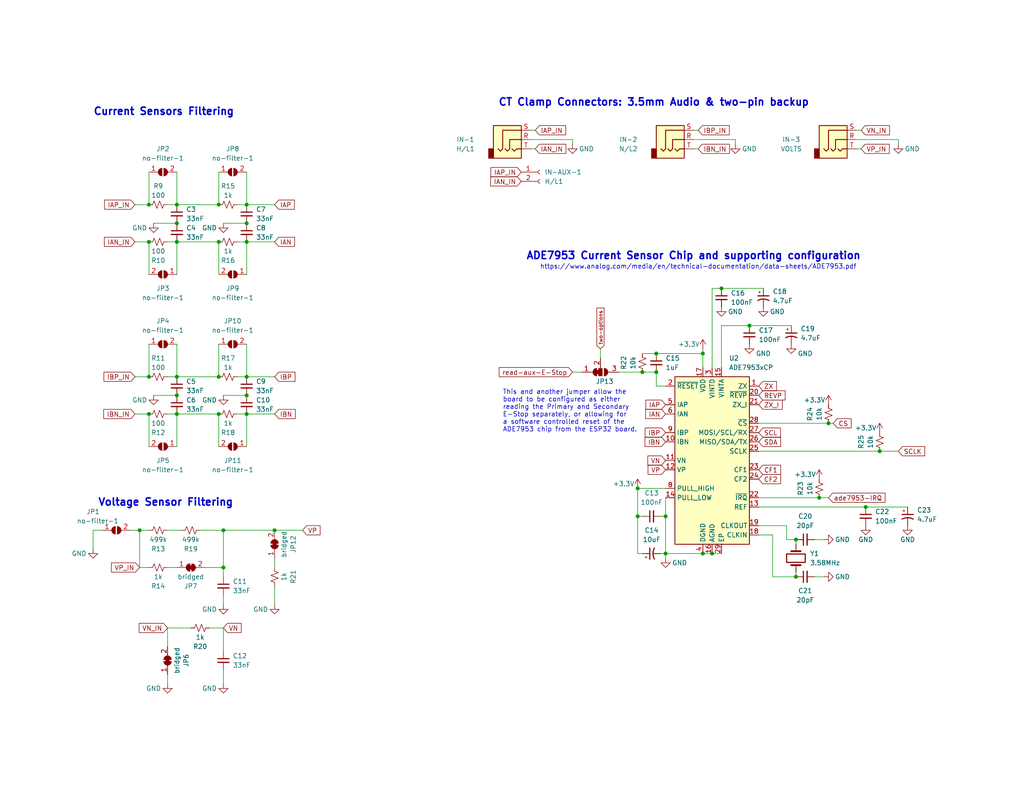
<source format=kicad_sch>
(kicad_sch (version 20211123) (generator eeschema)
  (paper "USLetter")
  (title_block (title "ADE7953 Current Sensor") (date "2022-10-09") (rev "3") (company "Corey Rice & MakeHaven") (comment 1 "ADE7953 implemented as in engineering development board") (comment 2 "Pull-up resistors added to configure chip for I2C communication") (comment 3 "3 connectors added, to read 2 current channels and 1 voltage"))
  (lib_symbols
    (symbol "+3.3V_1" (power) (pin_names (offset 0))
      (property "Value" "+3.3V_1" (at 0 3.556 0))
      (symbol "+3.3V_1_0_1"
        (polyline (pts (xy -0.762 1.27) (xy 0 2.54)))
        (polyline (pts (xy 0 0) (xy 0 2.54)))
        (polyline (pts (xy 0 2.54) (xy 0.762 1.27)))
      )
      (symbol "+3.3V_1_1_1"
        (pin power_in line (at 0 0 90) (length 0) hide (name "+3.3V") (number "1"))
      )
    )
    (symbol "Connector:AudioJack3"
      (property "Reference" "J" (at 0 8.89 0))
      (property "Value" "AudioJack3" (at 0 6.35 0))
      (symbol "AudioJack3_0_1"
        (rectangle (start -5.08 -5.08) (end -6.35 -2.54) (stroke (width 0.254)) (fill (type outline)))
        (polyline (pts (xy 0 -2.54) (xy 0.635 -3.175) (xy 1.27 -2.54) (xy 2.54 -2.54)) (stroke (width 0.254)))
        (polyline (pts (xy -1.905 -2.54) (xy -1.27 -3.175) (xy -0.635 -2.54) (xy -0.635 0) (xy 2.54 0)) (stroke (width 0.254)))
        (polyline (pts (xy 2.54 2.54) (xy -2.54 2.54) (xy -2.54 -2.54) (xy -3.175 -3.175) (xy -3.81 -2.54)) (stroke (width 0.254)))
        (rectangle (start 2.54 3.81) (end -5.08 -5.08) (stroke (width 0.254)) (fill (type background)))
      )
      (symbol "AudioJack3_1_1"
        (pin passive line (at 5.08 0 180) (length 2.54) (name "~") (number "R"))
        (pin passive line (at 5.08 2.54 180) (length 2.54) (name "~") (number "S"))
        (pin passive line (at 5.08 -2.54 180) (length 2.54) (name "~") (number "T"))
      )
    )
    (symbol "Connector:Conn_01x02_Female" (pin_names (offset 1.016) hide)
      (property "Reference" "J" (at 0 2.54 0))
      (property "Value" "Conn_01x02_Female" (at 0 -5.08 0))
      (symbol "Conn_01x02_Female_1_1"
        (arc (start 0 -2.032) (mid -0.508 -2.54) (end 0 -3.048) (stroke (width 0.1524)))
        (polyline (pts (xy -1.27 -2.54) (xy -0.508 -2.54)) (stroke (width 0.1524)))
        (polyline (pts (xy -1.27 0) (xy -0.508 0)) (stroke (width 0.1524)))
        (arc (start 0 0.508) (mid -0.508 0) (end 0 -0.508) (stroke (width 0.1524)))
        (pin passive line (at -5.08 0 0) (length 3.81) (name "Pin_1") (number "1"))
        (pin passive line (at -5.08 -2.54 0) (length 3.81) (name "Pin_2") (number "2"))
      )
    )
    (symbol "Device:C_Polarized_Small_US" (pin_numbers hide) (pin_names (offset 0.254) hide)
      (property "Reference" "C" (at 0.254 1.778 0))
      (property "Value" "C_Polarized_Small_US" (at 0.254 -2.032 0))
      (symbol "C_Polarized_Small_US_0_1"
        (polyline (pts (xy -1.524 0.508) (xy 1.524 0.508)) (stroke (width 0.3048)))
        (polyline (pts (xy -1.27 1.524) (xy -0.762 1.524)))
        (polyline (pts (xy -1.016 1.27) (xy -1.016 1.778)))
        (arc (start 1.524 -0.762) (mid 0 -0.3734) (end -1.524 -0.762) (stroke (width 0.3048)))
      )
      (symbol "C_Polarized_Small_US_1_1"
        (pin passive line (at 0 2.54 270) (length 2.032) (name "~") (number "1"))
        (pin passive line (at 0 -2.54 90) (length 2.032) (name "~") (number "2"))
      )
    )
    (symbol "Device:C_Small" (pin_numbers hide) (pin_names (offset 0.254) hide)
      (property "Reference" "C" (at 0.254 1.778 0))
      (property "Value" "C_Small" (at 0.254 -2.032 0))
      (symbol "C_Small_0_1"
        (polyline (pts (xy -1.524 -0.508) (xy 1.524 -0.508)) (stroke (width 0.3302)))
        (polyline (pts (xy -1.524 0.508) (xy 1.524 0.508)) (stroke (width 0.3048)))
      )
      (symbol "C_Small_1_1"
        (pin passive line (at 0 2.54 270) (length 2.032) (name "~") (number "1"))
        (pin passive line (at 0 -2.54 90) (length 2.032) (name "~") (number "2"))
      )
    )
    (symbol "Device:Crystal" (pin_numbers hide) (pin_names (offset 1.016) hide)
      (property "Reference" "Y" (at 0 3.81 0))
      (property "Value" "Crystal" (at 0 -3.81 0))
      (symbol "Crystal_0_1"
        (rectangle (start -1.143 2.54) (end 1.143 -2.54) (stroke (width 0.3048)))
        (polyline (pts (xy -2.54 0) (xy -1.905 0)))
        (polyline (pts (xy -1.905 -1.27) (xy -1.905 1.27)) (stroke (width 0.508)))
        (polyline (pts (xy 1.905 -1.27) (xy 1.905 1.27)) (stroke (width 0.508)))
        (polyline (pts (xy 2.54 0) (xy 1.905 0)))
      )
      (symbol "Crystal_1_1"
        (pin passive line (at -3.81 0 0) (length 1.27) (name "1") (number "1"))
        (pin passive line (at 3.81 0 180) (length 1.27) (name "2") (number "2"))
      )
    )
    (symbol "Device:R_Small_US" (pin_numbers hide) (pin_names (offset 0.254) hide)
      (property "Reference" "R" (at 0.762 0.508 0))
      (property "Value" "R_Small_US" (at 0.762 -1.016 0))
      (symbol "R_Small_US_1_1"
        (polyline (pts (xy 0 0) (xy 1.016 -0.381) (xy 0 -0.762) (xy -1.016 -1.143) (xy 0 -1.524)))
        (polyline (pts (xy 0 1.524) (xy 1.016 1.143) (xy 0 0.762) (xy -1.016 0.381) (xy 0 0)))
        (pin passive line (at 0 2.54 270) (length 1.016) (name "~") (number "1"))
        (pin passive line (at 0 -2.54 90) (length 1.016) (name "~") (number "2"))
      )
    )
    (symbol "Jumper:SolderJumper_2_Bridged" (pin_names (offset 0) hide)
      (property "Reference" "JP" (at 0 2.032 0))
      (property "Value" "SolderJumper_2_Bridged" (at 0 -2.54 0))
      (symbol "SolderJumper_2_Bridged_0_1"
        (rectangle (start -0.508 0.508) (end 0.508 -0.508) (fill (type outline)))
        (arc (start -0.254 1.016) (mid -1.27 0) (end -0.254 -1.016))
        (arc (start -0.254 1.016) (mid -1.27 0) (end -0.254 -1.016) (fill (type outline)))
        (polyline (pts (xy -0.254 1.016) (xy -0.254 -1.016)))
        (polyline (pts (xy 0.254 1.016) (xy 0.254 -1.016)))
        (arc (start 0.254 -1.016) (mid 1.27 0) (end 0.254 1.016))
        (arc (start 0.254 -1.016) (mid 1.27 0) (end 0.254 1.016) (fill (type outline)))
      )
      (symbol "SolderJumper_2_Bridged_1_1"
        (pin passive line (at -3.81 0 0) (length 2.54) (name "A") (number "1"))
        (pin passive line (at 3.81 0 180) (length 2.54) (name "B") (number "2"))
      )
    )
    (symbol "Jumper:SolderJumper_2_Open" (pin_names (offset 0) hide)
      (property "Reference" "JP" (at 0 2.032 0))
      (property "Value" "SolderJumper_2_Open" (at 0 -2.54 0))
      (symbol "SolderJumper_2_Open_0_1"
        (arc (start -0.254 1.016) (mid -1.27 0) (end -0.254 -1.016))
        (arc (start -0.254 1.016) (mid -1.27 0) (end -0.254 -1.016) (fill (type outline)))
        (polyline (pts (xy -0.254 1.016) (xy -0.254 -1.016)))
        (polyline (pts (xy 0.254 1.016) (xy 0.254 -1.016)))
        (arc (start 0.254 -1.016) (mid 1.27 0) (end 0.254 1.016))
        (arc (start 0.254 -1.016) (mid 1.27 0) (end 0.254 1.016) (fill (type outline)))
      )
      (symbol "SolderJumper_2_Open_1_1"
        (pin passive line (at -3.81 0 0) (length 2.54) (name "A") (number "1"))
        (pin passive line (at 3.81 0 180) (length 2.54) (name "B") (number "2"))
      )
    )
    (symbol "Jumper:SolderJumper_3_Bridged12" (pin_names (offset 0) hide)
      (property "Reference" "JP" (at -2.54 -2.54 0))
      (property "Value" "SolderJumper_3_Bridged12" (at 0 2.794 0))
      (symbol "SolderJumper_3_Bridged12_0_1"
        (rectangle (start -1.016 0.508) (end -0.508 -0.508) (fill (type outline)))
        (arc (start -1.016 1.016) (mid -2.032 0) (end -1.016 -1.016))
        (arc (start -1.016 1.016) (mid -2.032 0) (end -1.016 -1.016) (fill (type outline)))
        (rectangle (start -0.508 1.016) (end 0.508 -1.016) (fill (type outline)))
        (polyline (pts (xy -2.54 0) (xy -2.032 0)))
        (polyline (pts (xy -1.016 1.016) (xy -1.016 -1.016)))
        (polyline (pts (xy 0 -1.27) (xy 0 -1.016)))
        (polyline (pts (xy 1.016 1.016) (xy 1.016 -1.016)))
        (polyline (pts (xy 2.54 0) (xy 2.032 0)))
        (arc (start 1.016 -1.016) (mid 2.032 0) (end 1.016 1.016))
        (arc (start 1.016 -1.016) (mid 2.032 0) (end 1.016 1.016) (fill (type outline)))
      )
      (symbol "SolderJumper_3_Bridged12_1_1"
        (pin passive line (at -5.08 0 0) (length 2.54) (name "A") (number "1"))
        (pin passive line (at 0 -3.81 90) (length 2.54) (name "C") (number "2"))
        (pin passive line (at 5.08 0 180) (length 2.54) (name "B") (number "3"))
      )
    )
    (symbol "Sensor:ADE7953xCP"
      (property "Reference" "U1" (at 4.5594 27.94 0))
      (property "Value" "ADE7953xCP" (at 4.5594 25.4 0))
      (symbol "ADE7953xCP_0_1"
        (rectangle (start 10.16 -22.86) (end -10.16 22.86) (stroke (width 0.254)) (fill (type background)))
      )
      (symbol "ADE7953xCP_1_1"
        (pin output line (at 12.7 20.32 180) (length 2.54) (name "ZX") (number "1"))
        (pin input line (at -12.7 5.08 0) (length 2.54) (name "IBN") (number "10"))
        (pin input line (at -12.7 0 0) (length 2.54) (name "VN") (number "11"))
        (pin input line (at -12.7 -2.54 0) (length 2.54) (name "VP") (number "12"))
        (pin input line (at 12.7 -12.7 180) (length 2.54) (name "REF") (number "13"))
        (pin input line (at -12.7 -10.16 0) (length 2.54) (name "PULL_LOW") (number "14"))
        (pin power_out line (at 2.54 25.4 270) (length 2.54) (name "VINTA") (number "15"))
        (pin power_in line (at 0 -25.4 90) (length 2.54) (name "AGND") (number "16"))
        (pin power_in line (at -2.54 25.4 270) (length 2.54) (name "VDD") (number "17"))
        (pin input line (at 12.7 -20.32 180) (length 2.54) (name "CLKIN") (number "18"))
        (pin output line (at 12.7 -17.78 180) (length 2.54) (name "CLKOUT") (number "19"))
        (pin input line (at -12.7 20.32 0) (length 2.54) (name "~{RESET}") (number "2"))
        (pin output line (at 12.7 17.78 180) (length 2.54) (name "~{REVP}") (number "20"))
        (pin output line (at 12.7 15.24 180) (length 2.54) (name "ZX_I") (number "21"))
        (pin open_collector line (at 12.7 -10.16 180) (length 2.54) (name "~{IRQ}") (number "22"))
        (pin output line (at 12.7 -2.54 180) (length 2.54) (name "CF1") (number "23"))
        (pin output line (at 12.7 -5.08 180) (length 2.54) (name "CF2") (number "24"))
        (pin input line (at 12.7 2.54 180) (length 2.54) (name "SCLK") (number "25"))
        (pin bidirectional line (at 12.7 5.08 180) (length 2.54) (name "MISO/SDA/TX") (number "26"))
        (pin input line (at 12.7 7.62 180) (length 2.54) (name "MOSI/SCL/RX") (number "27"))
        (pin input line (at 12.7 10.16 180) (length 2.54) (name "~{CS}") (number "28"))
        (pin passive line (at 2.54 -25.4 90) (length 2.54) (name "EP") (number "29"))
        (pin power_out line (at 0 25.4 270) (length 2.54) (name "VINTD") (number "3"))
        (pin power_in line (at -2.54 -25.4 90) (length 2.54) (name "DGND") (number "4"))
        (pin input line (at -12.7 15.24 0) (length 2.54) (name "IAP") (number "5"))
        (pin input line (at -12.7 12.7 0) (length 2.54) (name "IAN") (number "6"))
        (pin input line (at -12.7 -7.62 0) (length 2.54) hide (name "PULL_HIGH") (number "7"))
        (pin input line (at -12.7 -7.62 0) (length 2.54) (name "PULL_HIGH") (number "8"))
        (pin input line (at -12.7 7.62 0) (length 2.54) (name "IBP") (number "9"))
      )
    )
    (symbol "power:GND" (power) (pin_names (offset 0))
      (property "Value" "GND" (at 0 -3.81 0))
      (symbol "GND_0_1"
        (polyline (pts (xy 0 0) (xy 0 -1.27) (xy 1.27 -1.27) (xy 0 -2.54) (xy -1.27 -1.27) (xy 0 -1.27)))
      )
      (symbol "GND_1_1"
        (pin power_in line (at 0 0 270) (length 0) hide (name "GND") (number "1"))
      )
    )
  )
  (junction (at 217.17 147.32))
  (junction (at 40.64 55.88))
  (junction (at 74.93 144.78))
  (junction (at 48.26 60.96))
  (junction (at 204.47 88.9))
  (junction (at 59.69 113.03))
  (junction (at 194.31 151.13))
  (junction (at 236.22 138.43))
  (junction (at 59.69 102.87))
  (junction (at 48.26 102.87))
  (junction (at 226.06 115.57))
  (junction (at 179.07 96.52))
  (junction (at 67.31 55.88))
  (junction (at 240.03 123.19))
  (junction (at 48.26 66.04))
  (junction (at 48.26 55.88))
  (junction (at 48.26 107.95))
  (junction (at 48.26 113.03))
  (junction (at 181.61 140.97))
  (junction (at 59.69 55.88))
  (junction (at 59.69 66.04))
  (junction (at 223.52 135.89))
  (junction (at 175.26 101.6))
  (junction (at 173.99 140.97))
  (junction (at 40.64 66.04))
  (junction (at 38.1 144.78))
  (junction (at 67.31 113.03))
  (junction (at 191.77 96.52))
  (junction (at 67.31 66.04))
  (junction (at 67.31 60.96))
  (junction (at 196.85 78.74))
  (junction (at 173.99 133.35))
  (junction (at 67.31 102.87))
  (junction (at 179.07 101.6))
  (junction (at 40.64 102.87))
  (junction (at 191.77 151.13))
  (junction (at 40.64 113.03))
  (junction (at 181.61 151.13))
  (junction (at 60.96 144.78))
  (junction (at 217.17 157.48))
  (junction (at 67.31 107.95))
  (junction (at 60.96 154.94))
  (wire (pts (xy 245.11 38.1) (xy 233.68 38.1)))
  (wire (pts (xy 236.22 138.43) (xy 247.65 138.43)))
  (wire (pts (xy 179.07 105.41) (xy 179.07 101.6)))
  (wire (pts (xy 40.64 46.99) (xy 40.64 55.88)))
  (wire (pts (xy 27.94 144.78) (xy 25.4 144.78)))
  (wire (pts (xy 36.83 55.88) (xy 40.64 55.88)))
  (wire (pts (xy 191.77 95.25) (xy 191.77 96.52)))
  (wire (pts (xy 60.96 144.78) (xy 74.93 144.78)))
  (wire (pts (xy 194.31 100.33) (xy 194.31 78.74)))
  (wire (pts (xy 168.91 101.6) (xy 175.26 101.6)))
  (wire (pts (xy 173.99 133.35) (xy 173.99 140.97)))
  (wire (pts (xy 40.64 113.03) (xy 40.64 121.92)))
  (wire (pts (xy 74.93 152.4) (xy 74.93 154.94)))
  (wire (pts (xy 207.01 138.43) (xy 236.22 138.43)))
  (wire (pts (xy 233.68 40.64) (xy 234.95 40.64)))
  (wire (pts (xy 181.61 140.97) (xy 181.61 151.13)))
  (wire (pts (xy 74.93 113.03) (xy 67.31 113.03)))
  (wire (pts (xy 48.26 113.03) (xy 59.69 113.03)))
  (wire (pts (xy 57.15 171.45) (xy 60.96 171.45)))
  (wire (pts (xy 226.06 115.57) (xy 207.01 115.57)))
  (wire (pts (xy 196.85 151.13) (xy 194.31 151.13)))
  (wire (pts (xy 207.01 143.51) (xy 214.63 143.51)))
  (wire (pts (xy 36.83 113.03) (xy 40.64 113.03)))
  (wire (pts (xy 190.5 35.56) (xy 189.23 35.56)))
  (wire (pts (xy 191.77 96.52) (xy 191.77 100.33)))
  (wire (pts (xy 181.61 151.13) (xy 181.61 152.4)))
  (wire (pts (xy 64.77 102.87) (xy 67.31 102.87)))
  (wire (pts (xy 41.91 60.96) (xy 48.26 60.96)))
  (wire (pts (xy 60.96 107.95) (xy 67.31 107.95)))
  (wire (pts (xy 175.26 101.6) (xy 179.07 101.6)))
  (wire (pts (xy 40.64 93.98) (xy 40.64 102.87)))
  (wire (pts (xy 156.21 101.6) (xy 158.75 101.6)))
  (wire (pts (xy 64.77 113.03) (xy 67.31 113.03)))
  (wire (pts (xy 194.31 78.74) (xy 196.85 78.74)))
  (wire (pts (xy 36.83 102.87) (xy 40.64 102.87)))
  (wire (pts (xy 144.78 38.1) (xy 156.21 38.1)))
  (wire (pts (xy 38.1 154.94) (xy 38.1 144.78)))
  (wire (pts (xy 45.72 154.94) (xy 48.26 154.94)))
  (wire (pts (xy 48.26 93.98) (xy 48.26 102.87)))
  (wire (pts (xy 146.05 35.56) (xy 144.78 35.56)))
  (wire (pts (xy 196.85 78.74) (xy 208.28 78.74)))
  (wire (pts (xy 173.99 151.13) (xy 175.26 151.13)))
  (wire (pts (xy 60.96 154.94) (xy 60.96 157.48)))
  (wire (pts (xy 35.56 144.78) (xy 38.1 144.78)))
  (wire (pts (xy 59.69 113.03) (xy 59.69 121.92)))
  (wire (pts (xy 200.66 39.37) (xy 200.66 38.1)))
  (wire (pts (xy 214.63 147.32) (xy 217.17 147.32)))
  (wire (pts (xy 41.91 107.95) (xy 48.26 107.95)))
  (wire (pts (xy 181.61 151.13) (xy 180.34 151.13)))
  (wire (pts (xy 25.4 144.78) (xy 25.4 149.86)))
  (wire (pts (xy 64.77 66.04) (xy 67.31 66.04)))
  (wire (pts (xy 207.01 146.05) (xy 210.82 146.05)))
  (wire (pts (xy 181.61 140.97) (xy 180.34 140.97)))
  (wire (pts (xy 200.66 38.1) (xy 189.23 38.1)))
  (wire (pts (xy 181.61 135.89) (xy 181.61 140.97)))
  (wire (pts (xy 74.93 160.02) (xy 74.93 165.1)))
  (wire (pts (xy 175.26 140.97) (xy 173.99 140.97)))
  (wire (pts (xy 245.11 123.19) (xy 240.03 123.19)))
  (wire (pts (xy 48.26 66.04) (xy 59.69 66.04)))
  (wire (pts (xy 67.31 46.99) (xy 67.31 55.88)))
  (wire (pts (xy 48.26 46.99) (xy 48.26 55.88)))
  (wire (pts (xy 59.69 66.04) (xy 59.69 74.93)))
  (wire (pts (xy 194.31 151.13) (xy 191.77 151.13)))
  (wire (pts (xy 196.85 88.9) (xy 196.85 100.33)))
  (wire (pts (xy 156.21 39.37) (xy 156.21 38.1)))
  (wire (pts (xy 226.06 135.89) (xy 223.52 135.89)))
  (wire (pts (xy 173.99 133.35) (xy 181.61 133.35)))
  (wire (pts (xy 210.82 146.05) (xy 210.82 157.48)))
  (wire (pts (xy 60.96 60.96) (xy 67.31 60.96)))
  (wire (pts (xy 64.77 55.88) (xy 67.31 55.88)))
  (wire (pts (xy 179.07 96.52) (xy 191.77 96.52)))
  (wire (pts (xy 173.99 140.97) (xy 173.99 151.13)))
  (wire (pts (xy 54.61 144.78) (xy 60.96 144.78)))
  (wire (pts (xy 60.96 144.78) (xy 60.96 154.94)))
  (wire (pts (xy 191.77 151.13) (xy 181.61 151.13)))
  (wire (pts (xy 196.85 88.9) (xy 204.47 88.9)))
  (wire (pts (xy 67.31 93.98) (xy 67.31 102.87)))
  (wire (pts (xy 45.72 66.04) (xy 48.26 66.04)))
  (wire (pts (xy 45.72 102.87) (xy 48.26 102.87)))
  (wire (pts (xy 181.61 105.41) (xy 179.07 105.41)))
  (wire (pts (xy 175.26 96.52) (xy 179.07 96.52)))
  (wire (pts (xy 40.64 154.94) (xy 38.1 154.94)))
  (wire (pts (xy 67.31 113.03) (xy 67.31 121.92)))
  (wire (pts (xy 234.95 35.56) (xy 233.68 35.56)))
  (wire (pts (xy 45.72 171.45) (xy 52.07 171.45)))
  (wire (pts (xy 74.93 144.78) (xy 82.55 144.78)))
  (wire (pts (xy 163.83 95.25) (xy 163.83 97.79)))
  (wire (pts (xy 48.26 66.04) (xy 48.26 74.93)))
  (wire (pts (xy 207.01 135.89) (xy 223.52 135.89)))
  (wire (pts (xy 40.64 66.04) (xy 40.64 74.93)))
  (wire (pts (xy 222.25 147.32) (xy 224.79 147.32)))
  (wire (pts (xy 60.96 182.88) (xy 60.96 186.69)))
  (wire (pts (xy 59.69 46.99) (xy 59.69 55.88)))
  (wire (pts (xy 217.17 147.32) (xy 217.17 148.59)))
  (wire (pts (xy 214.63 143.51) (xy 214.63 147.32)))
  (wire (pts (xy 45.72 55.88) (xy 48.26 55.88)))
  (wire (pts (xy 67.31 66.04) (xy 67.31 74.93)))
  (wire (pts (xy 38.1 144.78) (xy 40.64 144.78)))
  (wire (pts (xy 74.93 102.87) (xy 67.31 102.87)))
  (wire (pts (xy 60.96 171.45) (xy 60.96 177.8)))
  (wire (pts (xy 146.05 40.64) (xy 144.78 40.64)))
  (wire (pts (xy 48.26 113.03) (xy 48.26 121.92)))
  (wire (pts (xy 45.72 184.15) (xy 45.72 186.69)))
  (wire (pts (xy 60.96 162.56) (xy 60.96 165.1)))
  (wire (pts (xy 222.25 157.48) (xy 224.79 157.48)))
  (wire (pts (xy 45.72 176.53) (xy 45.72 171.45)))
  (wire (pts (xy 210.82 157.48) (xy 217.17 157.48)))
  (wire (pts (xy 55.88 154.94) (xy 60.96 154.94)))
  (wire (pts (xy 245.11 39.37) (xy 245.11 38.1)))
  (wire (pts (xy 48.26 55.88) (xy 59.69 55.88)))
  (wire (pts (xy 48.26 102.87) (xy 59.69 102.87)))
  (wire (pts (xy 217.17 156.21) (xy 217.17 157.48)))
  (wire (pts (xy 204.47 88.9) (xy 215.9 88.9)))
  (wire (pts (xy 59.69 93.98) (xy 59.69 102.87)))
  (wire (pts (xy 227.33 115.57) (xy 226.06 115.57)))
  (wire (pts (xy 74.93 66.04) (xy 67.31 66.04)))
  (wire (pts (xy 189.23 40.64) (xy 190.5 40.64)))
  (wire (pts (xy 45.72 113.03) (xy 48.26 113.03)))
  (wire (pts (xy 36.83 66.04) (xy 40.64 66.04)))
  (wire (pts (xy 240.03 123.19) (xy 207.01 123.19)))
  (wire (pts (xy 45.72 144.78) (xy 49.53 144.78)))
  (wire (pts (xy 74.93 55.88) (xy 67.31 55.88)))
  (text "CT Clamp Connectors: 3.5mm Audio & two-pin backup" (at 135.89 29.21 0) (effects (font (size 2 2) (thickness 0.4) bold) (justify left bottom)))
  (text "Voltage Sensor Filtering" (at 26.67 138.43 0) (effects (font (size 2 2) (thickness 0.4) bold) (justify left bottom)))
  (text "https://www.analog.com/media/en/technical-documentation/data-sheets/ADE7953.pdf\n" (at 147.32 73.66 0) (effects (font (size 1.27 1.27)) (justify left bottom)))
  (text "ADE7953 Current Sensor Chip and supporting configuration" (at 143.51 71.12 0) (effects (font (size 2 2) (thickness 0.4) bold) (justify left bottom)))
  (text "Current Sensors Filtering" (at 25.4 31.75 0) (effects (font (size 2 2) (thickness 0.4) bold) (justify left bottom)))
  (text "This and another jumper allow the \nboard to be configured as either \nreading the Primary and Secondary \nE-Stop separately, or allowing for \na software controlled reset of the \nADE7953 chip from the ESP32 board." (at 137.16 118.11 0) (effects (font (size 1.27 1.27)) (justify left bottom)))
  (global_label "REVP" (shape input) (at 207.01 107.95 0) (property "Intersheet References" "${INTERSHEET_REFS}" (effects hide)))
  (global_label "IBN_IN" (shape input) (at 190.5 40.64 0) (property "Intersheet References" "${INTERSHEET_REFS}" (effects hide)))
  (global_label "VN_IN" (shape input) (at 45.72 171.45 180) (property "Intersheet References" "${INTERSHEET_REFS}" (effects hide)))
  (global_label "IBN" (shape input) (at 74.93 113.03 0) (property "Intersheet References" "${INTERSHEET_REFS}" (effects hide)))
  (global_label "IBP" (shape input) (at 74.93 102.87 0) (property "Intersheet References" "${INTERSHEET_REFS}" (effects hide)))
  (global_label "IAN_IN" (shape input) (at 36.83 66.04 180) (property "Intersheet References" "${INTERSHEET_REFS}" (effects hide)))
  (global_label "VP" (shape input) (at 82.55 144.78 0) (property "Intersheet References" "${INTERSHEET_REFS}" (effects hide)))
  (global_label "VN_IN" (shape input) (at 234.95 35.56 0) (property "Intersheet References" "${INTERSHEET_REFS}" (effects hide)))
  (global_label "IAP_IN" (shape input) (at 142.24 46.99 180) (property "Intersheet References" "${INTERSHEET_REFS}" (effects hide)))
  (global_label "SCL" (shape input) (at 207.01 118.11 0) (property "Intersheet References" "${INTERSHEET_REFS}" (effects hide)))
  (global_label "ade7953-IRQ" (shape input) (at 226.06 135.89 0) (property "Intersheet References" "${INTERSHEET_REFS}" (effects hide)))
  (global_label "VP" (shape input) (at 181.61 128.27 180) (property "Intersheet References" "${INTERSHEET_REFS}" (effects hide)))
  (global_label "IAN" (shape input) (at 181.61 113.03 180) (property "Intersheet References" "${INTERSHEET_REFS}" (effects hide)))
  (global_label "VP_IN" (shape input) (at 38.1 154.94 180) (property "Intersheet References" "${INTERSHEET_REFS}" (effects hide)))
  (global_label "IAP_IN" (shape input) (at 36.83 55.88 180) (property "Intersheet References" "${INTERSHEET_REFS}" (effects hide)))
  (global_label "SCLK" (shape input) (at 245.11 123.19 0) (property "Intersheet References" "${INTERSHEET_REFS}" (effects hide)))
  (global_label "CF1" (shape input) (at 207.01 128.27 0) (property "Intersheet References" "${INTERSHEET_REFS}" (effects hide)))
  (global_label "IAP" (shape input) (at 74.93 55.88 0) (property "Intersheet References" "${INTERSHEET_REFS}" (effects hide)))
  (global_label "VP_IN" (shape input) (at 234.95 40.64 0) (property "Intersheet References" "${INTERSHEET_REFS}" (effects hide)))
  (global_label "IAN_IN" (shape input) (at 142.24 49.53 180) (property "Intersheet References" "${INTERSHEET_REFS}" (effects hide)))
  (global_label "IAP_IN" (shape input) (at 146.05 35.56 0) (property "Intersheet References" "${INTERSHEET_REFS}" (effects hide)))
  (global_label "ZX" (shape input) (at 207.01 105.41 0) (property "Intersheet References" "${INTERSHEET_REFS}" (effects hide)))
  (global_label "CS" (shape input) (at 227.33 115.57 0) (property "Intersheet References" "${INTERSHEET_REFS}" (effects hide)))
  (global_label "IAP" (shape input) (at 181.61 110.49 180) (property "Intersheet References" "${INTERSHEET_REFS}" (effects hide)))
  (global_label "IBN" (shape input) (at 181.61 120.65 180) (property "Intersheet References" "${INTERSHEET_REFS}" (effects hide)))
  (global_label "SDA" (shape input) (at 207.01 120.65 0) (property "Intersheet References" "${INTERSHEET_REFS}" (effects hide)))
  (global_label "read-aux-E-Stop" (shape input) (at 156.21 101.6 180) (property "Intersheet References" "${INTERSHEET_REFS}" (effects hide)))
  (global_label "IAN_IN" (shape input) (at 146.05 40.64 0) (property "Intersheet References" "${INTERSHEET_REFS}" (effects hide)))
  (global_label "ZX_I" (shape input) (at 207.01 110.49 0) (property "Intersheet References" "${INTERSHEET_REFS}" (effects hide)))
  (global_label "VN" (shape input) (at 60.96 171.45 0) (property "Intersheet References" "${INTERSHEET_REFS}" (effects hide)))
  (global_label "two-options" (shape input) (at 163.83 95.25 90) (effects (font (size 1 1))) (property "Intersheet References" "${INTERSHEET_REFS}" (effects hide)))
  (global_label "IBP_IN" (shape input) (at 36.83 102.87 180) (property "Intersheet References" "${INTERSHEET_REFS}" (effects hide)))
  (global_label "IBN_IN" (shape input) (at 36.83 113.03 180) (property "Intersheet References" "${INTERSHEET_REFS}" (effects hide)))
  (global_label "VN" (shape input) (at 181.61 125.73 180) (property "Intersheet References" "${INTERSHEET_REFS}" (effects hide)))
  (global_label "IAN" (shape input) (at 74.93 66.04 0) (property "Intersheet References" "${INTERSHEET_REFS}" (effects hide)))
  (global_label "IBP" (shape input) (at 181.61 118.11 180) (property "Intersheet References" "${INTERSHEET_REFS}" (effects hide)))
  (global_label "CF2" (shape input) (at 207.01 130.81 0) (property "Intersheet References" "${INTERSHEET_REFS}" (effects hide)))
  (global_label "IBP_IN" (shape input) (at 190.5 35.56 0) (property "Intersheet References" "${INTERSHEET_REFS}" (effects hide)))
  (symbol (lib_id "Device:C_Small") (at 196.85 81.28 0) (unit 1)
    (property "Reference" "C16" (at 199.39 80.0162 0) (effects (justify left)))
    (property "Value" "100nF" (at 199.39 82.5562 0) (effects (justify left)))
    (property "Footprint" "LED_SMD:LED_0603_1608Metric" (effects hide))
    (property "JLCPCB Part #" "C14663" (effects hide))
  )
  (symbol (lib_id "Device:C_Polarized_Small_US") (at 208.28 81.28 0) (unit 1)
    (property "Reference" "C18" (at 210.82 79.5781 0) (effects (justify left)))
    (property "Value" "4.7uF" (at 210.82 82.1181 0) (effects (justify left)))
    (property "Footprint" "Capacitor_THT:CP_Radial_D5.0mm_P2.00mm" (effects hide))
    (property "JLCPCB Part #" "C88759" (effects hide))
  )
  (symbol (lib_id "Device:R_Small_US") (at 62.23 102.87 90) (unit 1)
    (property "Reference" "R17" (at 62.23 97.79 90))
    (property "Value" "1k" (at 62.23 100.33 90))
    (property "Footprint" "Resistor_SMD:R_0603_1608Metric" (effects hide))
    (property "JLCPCB Part #" "C21190" (effects hide))
  )
  (symbol (lib_id "Device:C_Small") (at 219.71 147.32 90) (unit 1)
    (property "Reference" "C20" (at 219.7163 140.97 90))
    (property "Value" "20pF" (at 219.7163 143.51 90))
    (property "Footprint" "LED_SMD:LED_0603_1608Metric" (effects hide))
    (property "JLCPCB Part #" "C1648" (effects hide))
  )
  (symbol (lib_id "Jumper:SolderJumper_2_Open") (at 44.45 46.99 0) (unit 1)
    (property "Reference" "JP2" (at 44.45 40.64 0))
    (property "Value" "no-filter-1" (at 44.45 43.18 0))
    (property "Footprint" "Jumper:SolderJumper-2_P1.3mm_Open_RoundedPad1.0x1.5mm" (effects hide))
  )
  (symbol (lib_id "power:GND") (at 196.85 83.82 0) (unit 1)
    (property "Reference" "#PWR0145" (effects hide))
    (property "Value" "GND" (at 200.66 85.09 0))
  )
  (symbol (lib_id "power:GND") (at 41.91 107.95 0) (unit 1)
    (property "Reference" "#PWR0137" (effects hide))
    (property "Value" "GND" (at 38.1 109.22 0))
  )
  (symbol (lib_id "Device:C_Polarized_Small_US") (at 215.9 91.44 0) (unit 1)
    (property "Reference" "C19" (at 218.44 89.7381 0) (effects (justify left)))
    (property "Value" "4.7uF" (at 218.44 92.2781 0) (effects (justify left)))
    (property "Footprint" "Capacitor_THT:CP_Radial_D5.0mm_P2.00mm" (effects hide))
    (property "JLCPCB Part #" "C88759" (effects hide))
  )
  (symbol (lib_id "Device:C_Polarized_Small_US") (at 177.8 151.13 90) (unit 1)
    (property "Reference" "C14" (at 177.8 144.78 90))
    (property "Value" "10uF" (at 177.8 147.32 90))
    (property "Footprint" "Capacitor_THT:CP_Radial_D5.0mm_P2.00mm" (effects hide))
    (property "JLCPCB Part #" "C88726" (effects hide))
  )
  (symbol (lib_id "Jumper:SolderJumper_2_Bridged") (at 74.93 148.59 90) (unit 1)
    (property "Reference" "JP12" (at 80.01 148.59 0))
    (property "Value" "bridged" (at 77.47 148.59 0))
    (property "Footprint" "Jumper:SolderJumper-2_P1.3mm_Bridged_RoundedPad1.0x1.5mm" (effects hide))
  )
  (symbol (lib_id "Jumper:SolderJumper_2_Open") (at 63.5 46.99 0) (unit 1)
    (property "Reference" "JP8" (at 63.5 40.64 0))
    (property "Value" "no-filter-1" (at 63.5 43.18 0))
    (property "Footprint" "Jumper:SolderJumper-2_P1.3mm_Open_RoundedPad1.0x1.5mm" (effects hide))
  )
  (symbol (lib_id "power:GND") (at 60.96 186.69 0) (unit 1)
    (property "Reference" "#PWR0133" (effects hide))
    (property "Value" "GND" (at 57.15 187.96 0))
  )
  (symbol (lib_id "Device:C_Small") (at 67.31 110.49 0) (unit 1)
    (property "Reference" "C10" (at 69.85 109.2262 0) (effects (justify left)))
    (property "Value" "33nF" (at 69.85 111.7662 0) (effects (justify left)))
    (property "Footprint" "LED_SMD:LED_0603_1608Metric" (effects hide))
    (property "JLCPCB Part #" "C21117" (effects hide))
  )
  (symbol (lib_id "Device:R_Small_US") (at 43.18 154.94 270) (unit 1)
    (property "Reference" "R14" (at 43.18 160.02 90))
    (property "Value" "1k" (at 43.18 157.48 90))
    (property "Footprint" "Resistor_SMD:R_0603_1608Metric" (effects hide))
    (property "JLCPCB Part #" "C21190" (effects hide))
  )
  (symbol (lib_name "+3.3V_1") (lib_id "power:+3.3V") (at 173.99 133.35 0) (unit 1)
    (property "Reference" "#PWR0128" (effects hide))
    (property "Value" "+3.3V" (at 170.18 132.08 0))
  )
  (symbol (lib_id "Device:R_Small_US") (at 175.26 99.06 180) (unit 1)
    (property "Reference" "R22" (at 170.18 99.06 90))
    (property "Value" "10k" (at 172.72 99.06 90))
    (property "Footprint" "Resistor_SMD:R_0603_1608Metric" (effects hide))
    (property "JLCPCB Part #" "C25804" (effects hide))
  )
  (symbol (lib_id "Connector:AudioJack3") (at 184.15 38.1 0) (unit 1)
    (property "Reference" "IN-2" (at 171.45 38.1 0))
    (property "Value" "N/L2" (at 171.45 40.64 0))
    (property "Footprint" "Connector_Audio:Jack_3.5mm_CUI_SJ1-3525N_Horizontal" (effects hide))
    (property "JLCPCB Part #" "C692542" (effects hide))
  )
  (symbol (lib_id "Device:C_Small") (at 67.31 105.41 0) (unit 1)
    (property "Reference" "C9" (at 69.85 104.1462 0) (effects (justify left)))
    (property "Value" "33nF" (at 69.85 106.6862 0) (effects (justify left)))
    (property "Footprint" "LED_SMD:LED_0603_1608Metric" (effects hide))
    (property "JLCPCB Part #" "C21117" (effects hide))
  )
  (symbol (lib_id "power:GND") (at 60.96 60.96 0) (unit 1)
    (property "Reference" "#PWR0130" (effects hide))
    (property "Value" "GND" (at 57.15 62.23 0))
  )
  (symbol (lib_id "Device:R_Small_US") (at 62.23 113.03 270) (unit 1)
    (property "Reference" "R18" (at 62.23 118.11 90))
    (property "Value" "1k" (at 62.23 115.57 90))
    (property "Footprint" "Resistor_SMD:R_0603_1608Metric" (effects hide))
    (property "JLCPCB Part #" "C21190" (effects hide))
  )
  (symbol (lib_id "power:GND") (at 247.65 143.51 0) (unit 1)
    (property "Reference" "#PWR0149" (effects hide))
    (property "Value" "GND" (at 247.65 147.32 0))
  )
  (symbol (lib_id "Device:C_Small") (at 48.26 63.5 0) (unit 1)
    (property "Reference" "C4" (at 50.8 62.2362 0) (effects (justify left)))
    (property "Value" "33nF" (at 50.8 64.7762 0) (effects (justify left)))
    (property "Footprint" "LED_SMD:LED_0603_1608Metric" (effects hide))
    (property "JLCPCB Part #" "C21117" (effects hide))
  )
  (symbol (lib_id "power:GND") (at 156.21 39.37 0) (unit 1)
    (property "Reference" "#PWR0138" (effects hide))
    (property "Value" "GND" (at 160.02 40.64 0))
  )
  (symbol (lib_id "Device:C_Small") (at 204.47 91.44 0) (unit 1)
    (property "Reference" "C17" (at 207.01 90.1762 0) (effects (justify left)))
    (property "Value" "100nF" (at 207.01 92.7162 0) (effects (justify left)))
    (property "Footprint" "LED_SMD:LED_0603_1608Metric" (effects hide))
    (property "JLCPCB Part #" "C14663" (effects hide))
  )
  (symbol (lib_id "Device:C_Small") (at 48.26 105.41 0) (unit 1)
    (property "Reference" "C5" (at 50.8 104.1462 0) (effects (justify left)))
    (property "Value" "33nF" (at 50.8 106.6862 0) (effects (justify left)))
    (property "Footprint" "LED_SMD:LED_0603_1608Metric" (effects hide))
    (property "JLCPCB Part #" "C21117" (effects hide))
  )
  (symbol (lib_id "Device:Crystal") (at 217.17 152.4 90) (unit 1)
    (property "Reference" "Y1" (at 220.98 151.1299 90) (effects (justify right)))
    (property "Value" "3.58MHz" (at 220.98 153.6699 90) (effects (justify right)))
    (property "Footprint" "Crystal:Crystal_HC49-4H_Vertical" (effects hide))
    (property "JLCPCB Part #" "C2826865" (effects hide))
  )
  (symbol (lib_id "power:GND") (at 224.79 147.32 90) (unit 1)
    (property "Reference" "#PWR0150" (effects hide))
    (property "Value" "GND" (at 229.87 147.32 90))
  )
  (symbol (lib_id "Connector:Conn_01x02_Female") (at 147.32 46.99 0) (unit 1)
    (property "Reference" "IN-AUX-1" (at 148.59 46.9899 0) (effects (justify left)))
    (property "Value" "H/L1" (at 148.59 49.5299 0) (effects (justify left)))
    (property "Footprint" "Connector_PinHeader_2.54mm:PinHeader_1x02_P2.54mm_Vertical" (effects hide))
  )
  (symbol (lib_id "Device:R_Small_US") (at 62.23 66.04 270) (unit 1)
    (property "Reference" "R16" (at 62.23 71.12 90))
    (property "Value" "1k" (at 62.23 68.58 90))
    (property "Footprint" "Resistor_SMD:R_0603_1608Metric" (effects hide))
    (property "JLCPCB Part #" "C21190" (effects hide))
  )
  (symbol (lib_id "Device:R_Small_US") (at 62.23 55.88 90) (unit 1)
    (property "Reference" "R15" (at 62.23 50.8 90))
    (property "Value" "1k" (at 62.23 53.34 90))
    (property "Footprint" "Resistor_SMD:R_0603_1608Metric" (effects hide))
    (property "JLCPCB Part #" "C21190" (effects hide))
  )
  (symbol (lib_name "+3.3V_1") (lib_id "power:+3.3V") (at 240.03 118.11 0) (unit 1)
    (property "Reference" "#PWR0125" (effects hide))
    (property "Value" "+3.3V" (at 236.22 116.84 0))
  )
  (symbol (lib_id "power:GND") (at 224.79 157.48 90) (unit 1)
    (property "Reference" "#PWR0152" (effects hide))
    (property "Value" "GND" (at 229.87 157.48 90))
  )
  (symbol (lib_name "+3.3V_1") (lib_id "power:+3.3V") (at 191.77 95.25 0) (unit 1)
    (property "Reference" "#PWR0143" (effects hide))
    (property "Value" "+3.3V" (at 187.96 93.98 0))
  )
  (symbol (lib_id "Device:C_Small") (at 177.8 140.97 90) (unit 1)
    (property "Reference" "C13" (at 177.8063 134.62 90))
    (property "Value" "100nF" (at 177.8063 137.16 90))
    (property "Footprint" "LED_SMD:LED_0603_1608Metric" (effects hide))
    (property "JLCPCB Part #" "C14663" (effects hide))
  )
  (symbol (lib_id "power:GND") (at 25.4 149.86 0) (unit 1)
    (property "Reference" "#PWR01" (effects hide))
    (property "Value" "GND" (at 21.59 151.13 0))
  )
  (symbol (lib_id "Device:R_Small_US") (at 52.07 144.78 270) (unit 1)
    (property "Reference" "R19" (at 52.07 149.86 90))
    (property "Value" "499k" (at 52.07 147.32 90))
    (property "Footprint" "Resistor_SMD:R_0603_1608Metric" (effects hide))
    (property "JLCPCB Part #" "C131054" (effects hide))
  )
  (symbol (lib_name "+3.3V_1") (lib_id "power:+3.3V") (at 223.52 130.81 0) (unit 1)
    (property "Reference" "#PWR0119" (effects hide))
    (property "Value" "+3.3V" (at 219.71 129.54 0))
  )
  (symbol (lib_id "Device:R_Small_US") (at 74.93 157.48 0) (unit 1)
    (property "Reference" "R21" (at 80.01 157.48 90))
    (property "Value" "1k" (at 77.47 157.48 90))
    (property "Footprint" "Resistor_SMD:R_0603_1608Metric" (effects hide))
    (property "JLCPCB Part #" "C21190" (effects hide))
  )
  (symbol (lib_id "power:GND") (at 208.28 83.82 0) (unit 1)
    (property "Reference" "#PWR0144" (effects hide))
    (property "Value" "GND" (at 212.09 85.09 0))
  )
  (symbol (lib_id "Connector:AudioJack3") (at 228.6 38.1 0) (unit 1)
    (property "Reference" "IN-3" (at 215.9 38.1 0))
    (property "Value" "VOLTS" (at 215.9 40.64 0))
    (property "Footprint" "Connector_Audio:Jack_3.5mm_CUI_SJ1-3525N_Horizontal" (effects hide))
    (property "JLCPCB Part #" "C692542" (effects hide))
  )
  (symbol (lib_id "power:GND") (at 204.47 93.98 0) (unit 1)
    (property "Reference" "#PWR0141" (effects hide))
    (property "Value" "GND" (at 208.28 96.52 0))
  )
  (symbol (lib_id "Device:C_Small") (at 236.22 140.97 0) (unit 1)
    (property "Reference" "C22" (at 238.76 139.7062 0) (effects (justify left)))
    (property "Value" "100nF" (at 238.76 142.2462 0) (effects (justify left)))
    (property "Footprint" "LED_SMD:LED_0603_1608Metric" (effects hide))
    (property "JLCPCB Part #" "C14663" (effects hide))
  )
  (symbol (lib_id "Device:R_Small_US") (at 240.03 120.65 180) (unit 1)
    (property "Reference" "R25" (at 234.95 120.65 90))
    (property "Value" "10k" (at 237.49 120.65 90))
    (property "Footprint" "Resistor_SMD:R_0603_1608Metric" (effects hide))
    (property "JLCPCB Part #" "C25804" (effects hide))
  )
  (symbol (lib_id "Device:R_Small_US") (at 43.18 55.88 90) (unit 1)
    (property "Reference" "R9" (at 43.18 50.8 90))
    (property "Value" "100" (at 43.18 53.34 90))
    (property "Footprint" "Resistor_SMD:R_0603_1608Metric" (effects hide))
    (property "JLCPCB Part #" "C22775" (effects hide))
  )
  (symbol (lib_id "Device:C_Small") (at 60.96 160.02 0) (unit 1)
    (property "Reference" "C11" (at 63.5 158.7562 0) (effects (justify left)))
    (property "Value" "33nF" (at 63.5 161.2962 0) (effects (justify left)))
    (property "Footprint" "LED_SMD:LED_0603_1608Metric" (effects hide))
    (property "JLCPCB Part #" "C21117" (effects hide))
  )
  (symbol (lib_name "+3.3V_1") (lib_id "power:+3.3V") (at 226.06 110.49 0) (unit 1)
    (property "Reference" "#PWR0126" (effects hide))
    (property "Value" "+3.3V" (at 222.25 109.22 0))
  )
  (symbol (lib_id "Sensor:ADE7953xCP") (at 194.31 125.73 0) (unit 1)
    (property "Reference" "U2" (at 198.8694 97.79 0) (effects (justify left)))
    (property "Value" "ADE7953xCP" (at 198.8694 100.33 0) (effects (justify left)))
    (property "Footprint" "Package_CSP:LFCSP-28-1EP_5x5mm_P0.5mm_EP3.14x3.14mm" (effects hide))
    (property "Datasheet" "https://www.analog.com/media/en/technical-documentation/data-sheets/ADE7953.pdf" (effects hide))
    (property "JLCPCB Part #" "C515890" (effects hide))
  )
  (symbol (lib_id "power:GND") (at 245.11 39.37 0) (unit 1)
    (property "Reference" "#PWR0140" (effects hide))
    (property "Value" "GND" (at 248.92 40.64 0))
  )
  (symbol (lib_id "Device:R_Small_US") (at 223.52 133.35 180) (unit 1)
    (property "Reference" "R23" (at 218.44 133.35 90))
    (property "Value" "10k" (at 220.98 133.35 90))
    (property "Footprint" "Resistor_SMD:R_0603_1608Metric" (effects hide))
    (property "JLCPCB Part #" "C25804" (effects hide))
  )
  (symbol (lib_id "power:GND") (at 200.66 39.37 0) (unit 1)
    (property "Reference" "#PWR0139" (effects hide))
    (property "Value" "GND" (at 204.47 40.64 0))
  )
  (symbol (lib_id "Jumper:SolderJumper_2_Open") (at 31.75 144.78 0) (unit 1)
    (property "Reference" "JP1" (at 25.4 139.7 0))
    (property "Value" "no-filter-1" (at 26.67 142.24 0))
    (property "Footprint" "Jumper:SolderJumper-2_P1.3mm_Open_RoundedPad1.0x1.5mm" (effects hide))
  )
  (symbol (lib_id "Jumper:SolderJumper_2_Open") (at 63.5 74.93 180) (unit 1)
    (property "Reference" "JP9" (at 63.5 78.74 0))
    (property "Value" "no-filter-1" (at 63.5 81.28 0))
    (property "Footprint" "Jumper:SolderJumper-2_P1.3mm_Open_RoundedPad1.0x1.5mm" (effects hide))
  )
  (symbol (lib_id "power:GND") (at 215.9 93.98 0) (unit 1)
    (property "Reference" "#PWR0142" (effects hide))
    (property "Value" "GND" (at 219.71 96.52 0))
  )
  (symbol (lib_id "Device:C_Small") (at 48.26 58.42 0) (unit 1)
    (property "Reference" "C3" (at 50.8 57.1562 0) (effects (justify left)))
    (property "Value" "33nF" (at 50.8 59.6962 0) (effects (justify left)))
    (property "Footprint" "LED_SMD:LED_0603_1608Metric" (effects hide))
    (property "JLCPCB Part #" "C21117" (effects hide))
  )
  (symbol (lib_id "power:GND") (at 181.61 152.4 0) (unit 1)
    (property "Reference" "#PWR0148" (effects hide))
    (property "Value" "GND" (at 185.42 153.67 0))
  )
  (symbol (lib_id "Device:R_Small_US") (at 226.06 113.03 180) (unit 1)
    (property "Reference" "R24" (at 220.98 113.03 90))
    (property "Value" "10k" (at 223.52 113.03 90))
    (property "Footprint" "Resistor_SMD:R_0603_1608Metric" (effects hide))
    (property "JLCPCB Part #" "C25804" (effects hide))
  )
  (symbol (lib_id "power:GND") (at 41.91 60.96 0) (unit 1)
    (property "Reference" "#PWR0129" (effects hide))
    (property "Value" "GND" (at 38.1 62.23 0))
  )
  (symbol (lib_id "Device:R_Small_US") (at 43.18 102.87 90) (unit 1)
    (property "Reference" "R11" (at 43.18 97.79 90))
    (property "Value" "100" (at 43.18 100.33 90))
    (property "Footprint" "Resistor_SMD:R_0603_1608Metric" (effects hide))
    (property "JLCPCB Part #" "C22775" (effects hide))
  )
  (symbol (lib_id "Jumper:SolderJumper_2_Open") (at 63.5 93.98 0) (unit 1)
    (property "Reference" "JP10" (at 63.5 87.63 0))
    (property "Value" "no-filter-1" (at 63.5 90.17 0))
    (property "Footprint" "Jumper:SolderJumper-2_P1.3mm_Open_RoundedPad1.0x1.5mm" (effects hide))
  )
  (symbol (lib_id "power:GND") (at 45.72 186.69 0) (unit 1)
    (property "Reference" "#PWR0134" (effects hide))
    (property "Value" "GND" (at 41.91 187.96 0))
  )
  (symbol (lib_id "power:GND") (at 74.93 165.1 0) (unit 1)
    (property "Reference" "#PWR0131" (effects hide))
    (property "Value" "GND" (at 71.12 166.37 0))
  )
  (symbol (lib_id "Connector:AudioJack3") (at 139.7 38.1 0) (unit 1)
    (property "Reference" "IN-1" (at 127 38.1 0))
    (property "Value" "H/L1" (at 127 40.64 0))
    (property "Footprint" "Connector_Audio:Jack_3.5mm_CUI_SJ1-3525N_Horizontal" (effects hide))
    (property "JLCPCB Part #" "C692542" (effects hide))
  )
  (symbol (lib_id "Device:R_Small_US") (at 54.61 171.45 270) (unit 1)
    (property "Reference" "R20" (at 54.61 176.53 90))
    (property "Value" "1k" (at 54.61 173.99 90))
    (property "Footprint" "Resistor_SMD:R_0603_1608Metric" (effects hide))
    (property "JLCPCB Part #" "C21190" (effects hide))
  )
  (symbol (lib_id "Device:C_Small") (at 67.31 63.5 0) (unit 1)
    (property "Reference" "C8" (at 69.85 62.2362 0) (effects (justify left)))
    (property "Value" "33nF" (at 69.85 64.7762 0) (effects (justify left)))
    (property "Footprint" "LED_SMD:LED_0603_1608Metric" (effects hide))
    (property "JLCPCB Part #" "C21117" (effects hide))
  )
  (symbol (lib_id "Jumper:SolderJumper_2_Open") (at 44.45 74.93 180) (unit 1)
    (property "Reference" "JP3" (at 44.45 78.74 0))
    (property "Value" "no-filter-1" (at 44.45 81.28 0))
    (property "Footprint" "Jumper:SolderJumper-2_P1.3mm_Open_RoundedPad1.0x1.5mm" (effects hide))
  )
  (symbol (lib_id "power:GND") (at 60.96 165.1 0) (unit 1)
    (property "Reference" "#PWR0132" (effects hide))
    (property "Value" "GND" (at 57.15 166.37 0))
  )
  (symbol (lib_id "Device:R_Small_US") (at 43.18 113.03 270) (unit 1)
    (property "Reference" "R12" (at 43.18 118.11 90))
    (property "Value" "100" (at 43.18 115.57 90))
    (property "Footprint" "Resistor_SMD:R_0603_1608Metric" (effects hide))
    (property "JLCPCB Part #" "C22775" (effects hide))
  )
  (symbol (lib_id "Jumper:SolderJumper_2_Open") (at 44.45 121.92 180) (unit 1)
    (property "Reference" "JP5" (at 44.45 125.73 0))
    (property "Value" "no-filter-1" (at 44.45 128.27 0))
    (property "Footprint" "Jumper:SolderJumper-2_P1.3mm_Open_RoundedPad1.0x1.5mm" (effects hide))
  )
  (symbol (lib_id "Device:C_Polarized_Small_US") (at 247.65 140.97 0) (unit 1)
    (property "Reference" "C23" (at 250.19 139.2681 0) (effects (justify left)))
    (property "Value" "4.7uF" (at 250.19 141.8081 0) (effects (justify left)))
    (property "Footprint" "Capacitor_THT:CP_Radial_D5.0mm_P2.00mm" (effects hide))
    (property "JLCPCB Part #" "C88759" (effects hide))
  )
  (symbol (lib_id "Jumper:SolderJumper_3_Bridged12") (at 163.83 101.6 0) (mirror x) (unit 1)
    (property "Reference" "JP13" (at 162.56 104.14 0) (effects (justify left)))
    (property "Value" "SolderJumper_3_Bridged12" (effects hide))
    (property "Footprint" "Jumper:SolderJumper-3_P1.3mm_Bridged12_RoundedPad1.0x1.5mm" (effects hide))
  )
  (symbol (lib_id "Device:C_Small") (at 60.96 180.34 0) (unit 1)
    (property "Reference" "C12" (at 63.5 179.0762 0) (effects (justify left)))
    (property "Value" "33nF" (at 63.5 181.6162 0) (effects (justify left)))
    (property "Footprint" "LED_SMD:LED_0603_1608Metric" (effects hide))
    (property "JLCPCB Part #" "C21117" (effects hide))
  )
  (symbol (lib_id "Jumper:SolderJumper_2_Bridged") (at 52.07 154.94 0) (unit 1)
    (property "Reference" "JP7" (at 52.07 160.02 0))
    (property "Value" "bridged" (at 52.07 157.48 0))
    (property "Footprint" "Jumper:SolderJumper-2_P1.3mm_Bridged_RoundedPad1.0x1.5mm" (effects hide))
  )
  (symbol (lib_id "Jumper:SolderJumper_2_Open") (at 63.5 121.92 180) (unit 1)
    (property "Reference" "JP11" (at 63.5 125.73 0))
    (property "Value" "no-filter-1" (at 63.5 128.27 0))
    (property "Footprint" "Jumper:SolderJumper-2_P1.3mm_Open_RoundedPad1.0x1.5mm" (effects hide))
  )
  (symbol (lib_id "power:GND") (at 236.22 143.51 0) (unit 1)
    (property "Reference" "#PWR0151" (effects hide))
    (property "Value" "GND" (at 236.22 147.32 0))
  )
  (symbol (lib_id "Device:C_Small") (at 179.07 99.06 0) (unit 1)
    (property "Reference" "C15" (at 181.61 97.7962 0) (effects (justify left)))
    (property "Value" "1uF" (at 181.61 100.3362 0) (effects (justify left)))
    (property "Footprint" "LED_SMD:LED_0603_1608Metric" (effects hide))
    (property "JLCPCB Part #" "C15849" (effects hide))
  )
  (symbol (lib_id "Device:C_Small") (at 67.31 58.42 0) (unit 1)
    (property "Reference" "C7" (at 69.85 57.1562 0) (effects (justify left)))
    (property "Value" "33nF" (at 69.85 59.6962 0) (effects (justify left)))
    (property "Footprint" "LED_SMD:LED_0603_1608Metric" (effects hide))
    (property "JLCPCB Part #" "C21117" (effects hide))
  )
  (symbol (lib_id "Device:C_Small") (at 219.71 157.48 90) (unit 1)
    (property "Reference" "C21" (at 219.71 161.29 90))
    (property "Value" "20pF" (at 219.71 163.83 90))
    (property "Footprint" "LED_SMD:LED_0603_1608Metric" (effects hide))
    (property "JLCPCB Part #" "C1648" (effects hide))
  )
  (symbol (lib_id "Jumper:SolderJumper_2_Open") (at 44.45 93.98 0) (unit 1)
    (property "Reference" "JP4" (at 44.45 87.63 0))
    (property "Value" "no-filter-1" (at 44.45 90.17 0))
    (property "Footprint" "Jumper:SolderJumper-2_P1.3mm_Open_RoundedPad1.0x1.5mm" (effects hide))
  )
  (symbol (lib_id "power:GND") (at 60.96 107.95 0) (unit 1)
    (property "Reference" "#PWR0136" (effects hide))
    (property "Value" "GND" (at 57.15 109.22 0))
  )
  (symbol (lib_id "Device:R_Small_US") (at 43.18 66.04 270) (unit 1)
    (property "Reference" "R10" (at 43.18 71.12 90))
    (property "Value" "100" (at 43.18 68.58 90))
    (property "Footprint" "Resistor_SMD:R_0603_1608Metric" (effects hide))
    (property "JLCPCB Part #" "C22775" (effects hide))
  )
  (symbol (lib_id "Device:R_Small_US") (at 43.18 144.78 270) (unit 1)
    (property "Reference" "R13" (at 43.18 149.86 90))
    (property "Value" "499k" (at 43.18 147.32 90))
    (property "Footprint" "Resistor_SMD:R_0603_1608Metric" (effects hide))
    (property "JLCPCB Part #" "C131054" (effects hide))
  )
  (symbol (lib_id "Jumper:SolderJumper_2_Bridged") (at 45.72 180.34 90) (unit 1)
    (property "Reference" "JP6" (at 50.8 180.34 0))
    (property "Value" "bridged" (at 48.26 180.34 0))
    (property "Footprint" "Jumper:SolderJumper-2_P1.3mm_Bridged_RoundedPad1.0x1.5mm" (effects hide))
  )
  (symbol (lib_id "Device:C_Small") (at 48.26 110.49 0) (unit 1)
    (property "Reference" "C6" (at 50.8 109.2262 0) (effects (justify left)))
    (property "Value" "33nF" (at 50.8 111.7662 0) (effects (justify left)))
    (property "Footprint" "LED_SMD:LED_0603_1608Metric" (effects hide))
    (property "JLCPCB Part #" "C21117" (effects hide))
  )
)
</source>
